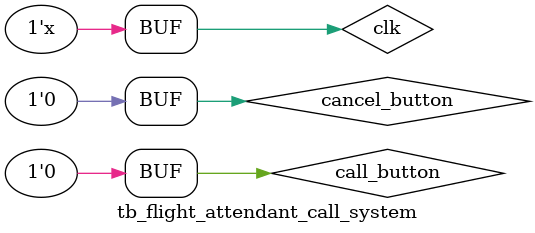
<source format=v>
`timescale 1ns / 1ps


module tb_flight_attendant_call_system;
reg clk;
reg call_button;
reg cancel_button;

wire light_state;

flight_attendant_call_system u1(
.clk(clk),
.call_button(call_button),
.cancel_button(cancel_button),
.light_state(light_state)


);
initial
begin

clk = 0;
call_button=0;
cancel_button=0;

#10;

call_button = 1;
cancel_button = 0;

#10;

call_button = 0;
cancel_button=1;

#10;

call_button = 1;
cancel_button=1;

#10;

call_button=0;
cancel_button=0;

#10;

call_button=1;
cancel_button=0;

#10;

cancel_button = 1;

#20;

cancel_button = 0;

#20;


call_button = 0;
cancel_button = 1;

#20;

call_button = 0;
cancel_button = 0;

end 

always
#5 clk = ~clk;





    
endmodule

</source>
